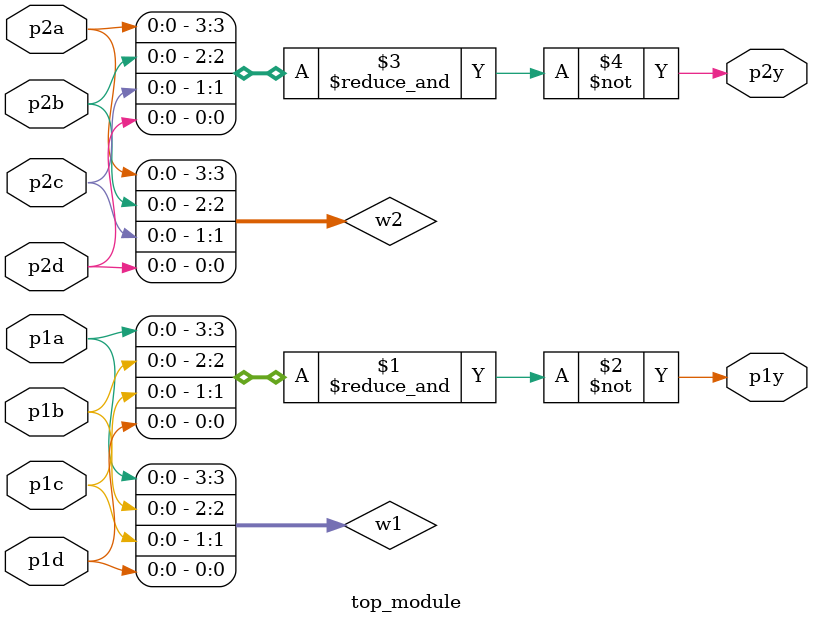
<source format=v>
module top_module ( 
    input p1a, p1b, p1c, p1d,
    output p1y,
    input p2a, p2b, p2c, p2d,
    output p2y );
	
    wire [3:0] w1,w2;
    assign w1 = {p1a, p1b, p1c, p1d};
    assign w2 = {p2a, p2b, p2c, p2d};
    assign p1y = ~(&w1);
    assign p2y = ~(&w2);

endmodule

</source>
